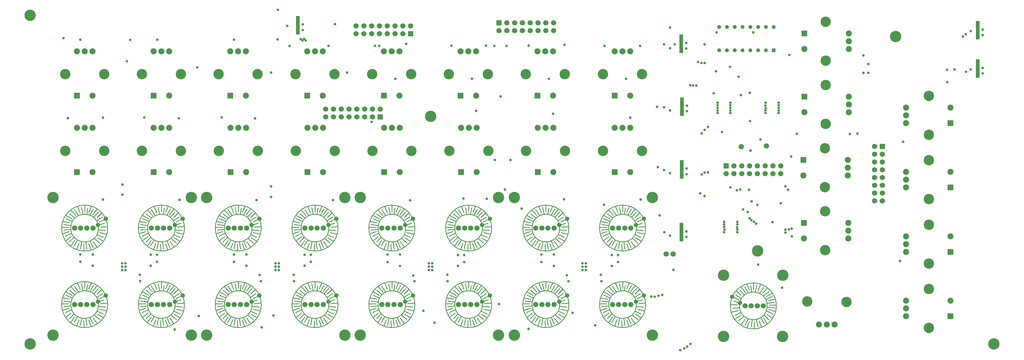
<source format=gts>
G04 Layer_Color=8388736*
%FSLAX24Y24*%
%MOIN*%
G70*
G01*
G75*
%ADD10C,0.0100*%
%ADD20R,0.0510X0.0510*%
%ADD21C,0.0510*%
%ADD41R,0.0510X0.0200*%
%ADD42C,0.1330*%
%ADD43C,0.0780*%
%ADD44C,0.1458*%
%ADD45C,0.0680*%
%ADD46R,0.0671X0.0671*%
%ADD47C,0.0671*%
%ADD48R,0.0671X0.0671*%
%ADD49C,0.0552*%
%ADD50C,0.0671*%
%ADD51R,0.0780X0.0780*%
%ADD52R,0.0780X0.0780*%
%ADD53C,0.0332*%
D10*
X96895Y-38562D02*
G03*
X96895Y-38562I-2953J0D01*
G01*
X95718Y-38558D02*
G03*
X95718Y-38558I-1776J0D01*
G01*
X60378Y-28555D02*
G03*
X60378Y-28555I-2953J0D01*
G01*
X59201Y-28551D02*
G03*
X59201Y-28551I-1776J0D01*
G01*
Y-38393D02*
G03*
X59201Y-38393I-1776J0D01*
G01*
X60378Y-38397D02*
G03*
X60378Y-38397I-2953J0D01*
G01*
X49359Y-28551D02*
G03*
X49359Y-28551I-1776J0D01*
G01*
X50536Y-28555D02*
G03*
X50536Y-28555I-2953J0D01*
G01*
X49359Y-38393D02*
G03*
X49359Y-38393I-1776J0D01*
G01*
X50536Y-38397D02*
G03*
X50536Y-38397I-2953J0D01*
G01*
X30836D02*
G03*
X30836Y-38397I-2953J0D01*
G01*
X29659Y-38393D02*
G03*
X29659Y-38393I-1776J0D01*
G01*
X30836Y-28555D02*
G03*
X30836Y-28555I-2953J0D01*
G01*
X29659Y-28551D02*
G03*
X29659Y-28551I-1776J0D01*
G01*
X40678Y-38397D02*
G03*
X40678Y-38397I-2953J0D01*
G01*
X39501Y-38393D02*
G03*
X39501Y-38393I-1776J0D01*
G01*
Y-28551D02*
G03*
X39501Y-28551I-1776J0D01*
G01*
X40678Y-28555D02*
G03*
X40678Y-28555I-2953J0D01*
G01*
X70285Y-38397D02*
G03*
X70285Y-38397I-2953J0D01*
G01*
X69108Y-38393D02*
G03*
X69108Y-38393I-1776J0D01*
G01*
X70285Y-28555D02*
G03*
X70285Y-28555I-2953J0D01*
G01*
X69108Y-28551D02*
G03*
X69108Y-28551I-1776J0D01*
G01*
X80127Y-38397D02*
G03*
X80127Y-38397I-2953J0D01*
G01*
X78951Y-38393D02*
G03*
X78951Y-38393I-1776J0D01*
G01*
Y-28551D02*
G03*
X78951Y-28551I-1776J0D01*
G01*
X80127Y-28555D02*
G03*
X80127Y-28555I-2953J0D01*
G01*
X20978D02*
G03*
X20978Y-28555I-2953J0D01*
G01*
X19801Y-28551D02*
G03*
X19801Y-28551I-1776J0D01*
G01*
Y-38393D02*
G03*
X19801Y-38393I-1776J0D01*
G01*
X20978Y-38397D02*
G03*
X20978Y-38397I-2953J0D01*
G01*
X9959Y-28551D02*
G03*
X9959Y-28551I-1776J0D01*
G01*
X11136Y-28555D02*
G03*
X11136Y-28555I-2953J0D01*
G01*
X9959Y-38393D02*
G03*
X9959Y-38393I-1776J0D01*
G01*
X11136Y-38397D02*
G03*
X11136Y-38397I-2953J0D01*
G01*
X92863Y-41046D02*
X93253Y-40235D01*
X92820Y-36090D02*
X93257Y-36869D01*
X95702Y-38224D02*
X96623Y-38098D01*
X95867Y-37846D02*
X96749Y-37680D01*
X95978Y-38456D02*
X96879Y-38468D01*
X95718Y-38731D02*
X96647Y-38794D01*
X95930Y-39003D02*
X96765Y-39271D01*
X95607Y-39180D02*
X96446Y-39594D01*
X91249Y-37369D02*
X92060Y-37775D01*
X92328Y-41011D02*
X92855Y-40283D01*
X95529Y-37704D02*
X96383Y-37322D01*
X93663Y-41255D02*
X93800Y-40338D01*
X94328Y-40298D02*
X94509Y-41224D01*
X92352Y-36105D02*
X92922Y-36846D01*
X91670Y-37121D02*
X92403Y-37605D01*
X91437Y-37931D02*
X92202Y-38176D01*
X91576Y-39751D02*
X92363Y-39381D01*
X92005Y-40499D02*
X92741Y-39877D01*
X95572Y-37361D02*
X96371Y-36932D01*
X95111D02*
X95726Y-36231D01*
X94730Y-36948D02*
X95257Y-36196D01*
X93576Y-35970D02*
X93714Y-36798D01*
X95269Y-40161D02*
X95741Y-40861D01*
X95690Y-39657D02*
X96379Y-40168D01*
X94879Y-40074D02*
X95339Y-40826D01*
X95304Y-39704D02*
X95915Y-40342D01*
X91769Y-36590D02*
X92367Y-37184D01*
X91001Y-38361D02*
X91903Y-38417D01*
X91281Y-38857D02*
X92186Y-38798D01*
X91119Y-39342D02*
X92017Y-39141D01*
X91533Y-40247D02*
X92300Y-39794D01*
X95198Y-37275D02*
X95915Y-36712D01*
X93135Y-41369D02*
X93434Y-40511D01*
X94029Y-41491D02*
X94056Y-40613D01*
X94670Y-40483D02*
X94978Y-41291D01*
X92194Y-36499D02*
X92808Y-37176D01*
X93084Y-35747D02*
X93422Y-36523D01*
X93942Y-36448D02*
Y-35613D01*
X94163Y-36787D02*
X94375Y-35889D01*
X94533Y-36586D02*
X94863Y-35791D01*
X58115Y-40071D02*
X58504Y-40882D01*
X58115Y-30228D02*
X58504Y-31039D01*
X45142Y-27315D02*
X45996Y-27697D01*
X58111Y-26862D02*
X58548Y-26082D01*
X58111Y-36704D02*
X58548Y-35925D01*
X45154Y-26925D02*
X45953Y-27354D01*
X44902Y-28090D02*
X45823Y-28216D01*
X45146Y-30161D02*
X45835Y-29649D01*
X54744Y-28090D02*
X55666Y-28216D01*
X45154Y-36767D02*
X45953Y-37197D01*
X45079Y-39429D02*
X45918Y-39015D01*
X44878Y-38630D02*
X45807Y-38567D01*
X44776Y-37515D02*
X45658Y-37681D01*
X54922Y-39429D02*
X55760Y-39015D01*
X54721Y-38630D02*
X55650Y-38567D01*
X54619Y-37515D02*
X55500Y-37681D01*
X44776Y-27673D02*
X45658Y-27838D01*
X54619Y-27673D02*
X55500Y-27838D01*
X44878Y-28787D02*
X45807Y-28724D01*
X44646Y-28460D02*
X45548Y-28448D01*
X54489Y-28460D02*
X55390Y-28448D01*
X54721Y-28787D02*
X55650Y-28724D01*
X45079Y-29586D02*
X45918Y-29173D01*
X44760Y-29263D02*
X45595Y-28996D01*
X54603Y-29263D02*
X55437Y-28996D01*
X54922Y-29586D02*
X55760Y-29173D01*
X45142Y-37157D02*
X45996Y-37539D01*
X44902Y-37933D02*
X45823Y-38059D01*
X44646Y-38303D02*
X45548Y-38291D01*
X54744Y-37933D02*
X55666Y-38059D01*
X54489Y-38303D02*
X55390Y-38291D01*
X44760Y-39106D02*
X45595Y-38838D01*
X54603Y-39106D02*
X55437Y-38838D01*
X45146Y-40004D02*
X45835Y-39492D01*
X59307Y-27767D02*
X60119Y-27362D01*
X58965Y-37441D02*
X59697Y-36956D01*
X58512Y-40118D02*
X59040Y-40846D01*
X58512Y-30275D02*
X59040Y-31004D01*
X54985Y-27315D02*
X55839Y-27697D01*
X57567Y-40173D02*
X57705Y-41090D01*
X56859Y-41059D02*
X57040Y-40134D01*
X56054Y-40654D02*
X56489Y-39909D01*
X55626Y-40697D02*
X56099Y-39996D01*
X57567Y-30330D02*
X57705Y-31248D01*
X56859Y-31216D02*
X57040Y-30291D01*
X49465Y-27767D02*
X50276Y-27362D01*
X49122Y-37441D02*
X49855Y-36956D01*
X48670Y-40118D02*
X49197Y-40846D01*
X48670Y-30275D02*
X49197Y-31004D01*
X46209Y-40657D02*
X46646Y-39909D01*
X48091Y-40346D02*
X48390Y-41204D01*
X46548Y-41126D02*
X46855Y-40319D01*
X48091Y-30504D02*
X48390Y-31362D01*
X46548Y-31283D02*
X46855Y-30476D01*
X58445Y-26838D02*
X59016Y-26098D01*
X58965Y-27598D02*
X59697Y-27114D01*
X59166Y-28169D02*
X59930Y-27924D01*
X59004Y-29374D02*
X59792Y-29744D01*
X58626Y-29870D02*
X59363Y-30492D01*
X58445Y-36681D02*
X59016Y-35941D01*
X59000Y-37019D02*
X59599Y-36425D01*
X59166Y-38011D02*
X59974Y-37752D01*
X59004Y-39216D02*
X59792Y-39586D01*
X58626Y-39712D02*
X59363Y-40334D01*
X59067Y-39630D02*
X59835Y-40082D01*
X54996Y-26925D02*
X55796Y-27354D01*
X55642Y-26224D02*
X56256Y-26925D01*
X56111Y-26189D02*
X56638Y-26941D01*
X57654Y-26791D02*
X57791Y-25962D01*
X55626Y-30854D02*
X56099Y-30153D01*
X54989Y-30161D02*
X55678Y-29649D01*
X56029Y-30819D02*
X56489Y-30067D01*
X55453Y-30334D02*
X56063Y-29697D01*
X55453Y-36547D02*
X56170Y-37110D01*
X56111Y-36031D02*
X56638Y-36783D01*
X57654Y-36634D02*
X57750Y-35964D01*
X54996Y-36767D02*
X55796Y-37197D01*
X55642Y-36067D02*
X56256Y-36767D01*
X55453Y-40177D02*
X56063Y-39539D01*
X48717Y-27169D02*
X49331Y-26492D01*
X49122Y-27598D02*
X49855Y-27114D01*
X48603Y-26838D02*
X49174Y-26098D01*
X49323Y-28169D02*
X50126Y-27911D01*
X49162Y-29374D02*
X49949Y-29744D01*
X48784Y-29870D02*
X49520Y-30492D01*
X48717Y-37011D02*
X49331Y-36334D01*
X48603Y-36681D02*
X49174Y-35941D01*
X49158Y-37019D02*
X49756Y-36425D01*
X49162Y-39216D02*
X49949Y-39586D01*
X48784Y-39712D02*
X49520Y-40334D01*
X49225Y-39630D02*
X49993Y-40082D01*
X46268Y-26189D02*
X46796Y-26941D01*
X47150Y-25882D02*
X47363Y-26779D01*
X48103Y-26515D02*
X48441Y-25740D01*
X46191Y-30846D02*
X46646Y-30067D01*
X45611Y-30334D02*
X46221Y-29697D01*
X45611Y-36547D02*
X46327Y-37110D01*
X46268Y-36031D02*
X46796Y-36783D01*
X47150Y-35724D02*
X47363Y-36622D01*
X48103Y-36358D02*
X48441Y-35582D01*
X45611Y-40177D02*
X46221Y-39539D01*
X59000Y-27177D02*
X59599Y-26582D01*
X59465Y-28409D02*
X60367Y-28354D01*
X59182Y-28791D02*
X60087Y-28850D01*
X59351Y-29134D02*
X60248Y-29334D01*
X59067Y-29787D02*
X59835Y-30240D01*
X59307Y-37610D02*
X60119Y-37204D01*
X59465Y-38252D02*
X60367Y-38197D01*
X59182Y-38634D02*
X60087Y-38693D01*
X59351Y-38976D02*
X60248Y-39177D01*
X55453Y-26704D02*
X56170Y-27267D01*
X54985Y-37157D02*
X55839Y-37539D01*
X54989Y-40004D02*
X55678Y-39492D01*
X49158Y-27177D02*
X49756Y-26582D01*
X49339Y-28791D02*
X50244Y-28850D01*
X49622Y-28409D02*
X50524Y-28354D01*
X49508Y-29134D02*
X50406Y-29334D01*
X49225Y-29787D02*
X49993Y-30240D01*
X49465Y-37610D02*
X50276Y-37204D01*
X49323Y-38011D02*
X50019Y-37788D01*
X49622Y-38252D02*
X50524Y-38197D01*
X49339Y-38634D02*
X50244Y-38693D01*
X49508Y-38976D02*
X50406Y-39177D01*
X45611Y-26704D02*
X46327Y-27267D01*
X57933Y-40346D02*
X58233Y-41204D01*
X57933Y-30504D02*
X58233Y-31362D01*
X57311Y-40448D02*
X57339Y-41326D01*
X57311Y-30606D02*
X57339Y-31484D01*
X56390Y-41126D02*
X56697Y-40319D01*
X56390Y-31283D02*
X56697Y-30476D01*
X48272Y-40071D02*
X48662Y-40882D01*
X48272Y-30228D02*
X48662Y-31039D01*
X47725Y-40173D02*
X47863Y-41090D01*
X47469Y-40448D02*
X47496Y-41326D01*
X47725Y-30330D02*
X47863Y-31248D01*
X47469Y-30606D02*
X47496Y-31484D01*
X47016Y-41059D02*
X47197Y-40134D01*
X47016Y-31216D02*
X47197Y-30291D01*
X45784Y-40697D02*
X46256Y-39996D01*
X58559Y-27169D02*
X59174Y-26492D01*
X58559Y-37011D02*
X59174Y-36334D01*
X57945Y-26515D02*
X58284Y-25740D01*
X57945Y-36358D02*
X58284Y-35582D01*
X57426Y-26441D02*
Y-25606D01*
X56993Y-25882D02*
X57205Y-26779D01*
X56993Y-35724D02*
X57205Y-36622D01*
X57426Y-36283D02*
Y-35448D01*
X56504Y-25783D02*
X56835Y-26578D01*
X56504Y-35626D02*
X56835Y-36421D01*
X48268Y-26862D02*
X48705Y-26082D01*
X48268Y-36704D02*
X48705Y-35925D01*
X47811Y-26791D02*
X47947Y-25972D01*
X47583Y-26441D02*
Y-25606D01*
X47811Y-36634D02*
X47929Y-35819D01*
X47583Y-36283D02*
Y-35448D01*
X46662Y-25783D02*
X46993Y-26578D01*
X46662Y-35626D02*
X46993Y-36421D01*
X45800Y-26224D02*
X46414Y-26925D01*
X45784Y-30854D02*
X46256Y-30153D01*
X45800Y-36067D02*
X46414Y-36767D01*
X26100Y-36067D02*
X26714Y-36767D01*
X26084Y-30854D02*
X26556Y-30153D01*
X26100Y-26224D02*
X26714Y-26925D01*
X26962Y-35626D02*
X27293Y-36421D01*
X26962Y-25783D02*
X27293Y-26578D01*
X27883Y-36283D02*
Y-35448D01*
X28111Y-36634D02*
X28229Y-35819D01*
X27883Y-26441D02*
Y-25606D01*
X28111Y-26791D02*
X28247Y-25972D01*
X28568Y-36704D02*
X29005Y-35925D01*
X28568Y-26862D02*
X29005Y-26082D01*
X36804Y-35626D02*
X37135Y-36421D01*
X36804Y-25783D02*
X37135Y-26578D01*
X37726Y-36283D02*
Y-35448D01*
X37293Y-35724D02*
X37505Y-36622D01*
X37293Y-25882D02*
X37505Y-26779D01*
X37726Y-26441D02*
Y-25606D01*
X38245Y-36358D02*
X38584Y-35582D01*
X38245Y-26515D02*
X38584Y-25740D01*
X38859Y-37011D02*
X39474Y-36334D01*
X38859Y-27169D02*
X39474Y-26492D01*
X26084Y-40697D02*
X26556Y-39996D01*
X27316Y-31216D02*
X27497Y-30291D01*
X27316Y-41059D02*
X27497Y-40134D01*
X27769Y-30606D02*
X27796Y-31484D01*
X28025Y-30330D02*
X28163Y-31248D01*
X27769Y-40448D02*
X27796Y-41326D01*
X28025Y-40173D02*
X28163Y-41090D01*
X28572Y-30228D02*
X28962Y-31039D01*
X28572Y-40071D02*
X28962Y-40882D01*
X36690Y-31283D02*
X36997Y-30476D01*
X36690Y-41126D02*
X36997Y-40319D01*
X37611Y-30606D02*
X37639Y-31484D01*
X37611Y-40448D02*
X37639Y-41326D01*
X38233Y-30504D02*
X38533Y-31362D01*
X38233Y-40346D02*
X38533Y-41204D01*
X25911Y-26704D02*
X26627Y-27267D01*
X29808Y-38976D02*
X30706Y-39177D01*
X29639Y-38634D02*
X30544Y-38693D01*
X29922Y-38252D02*
X30824Y-38197D01*
X29623Y-38011D02*
X30319Y-37788D01*
X29765Y-37610D02*
X30576Y-37204D01*
X29525Y-29787D02*
X30293Y-30240D01*
X29808Y-29134D02*
X30706Y-29334D01*
X29922Y-28409D02*
X30824Y-28354D01*
X29639Y-28791D02*
X30544Y-28850D01*
X29458Y-27177D02*
X30056Y-26582D01*
X35289Y-40004D02*
X35978Y-39492D01*
X35285Y-37157D02*
X36139Y-37539D01*
X35753Y-26704D02*
X36470Y-27267D01*
X39651Y-38976D02*
X40548Y-39177D01*
X39482Y-38634D02*
X40387Y-38693D01*
X39765Y-38252D02*
X40667Y-38197D01*
X39607Y-37610D02*
X40419Y-37204D01*
X39367Y-29787D02*
X40135Y-30240D01*
X39651Y-29134D02*
X40548Y-29334D01*
X39482Y-28791D02*
X40387Y-28850D01*
X39765Y-28409D02*
X40667Y-28354D01*
X39300Y-27177D02*
X39899Y-26582D01*
X25911Y-40177D02*
X26521Y-39539D01*
X28403Y-36358D02*
X28741Y-35582D01*
X27450Y-35724D02*
X27663Y-36622D01*
X26568Y-36031D02*
X27096Y-36783D01*
X25911Y-36547D02*
X26627Y-37110D01*
X25911Y-30334D02*
X26521Y-29697D01*
X26491Y-30846D02*
X26946Y-30067D01*
X28403Y-26515D02*
X28741Y-25740D01*
X27450Y-25882D02*
X27663Y-26779D01*
X26568Y-26189D02*
X27096Y-26941D01*
X29525Y-39630D02*
X30293Y-40082D01*
X29084Y-39712D02*
X29820Y-40334D01*
X29462Y-39216D02*
X30249Y-39586D01*
X29458Y-37019D02*
X30056Y-36425D01*
X28903Y-36681D02*
X29474Y-35941D01*
X29017Y-37011D02*
X29631Y-36334D01*
X29084Y-29870D02*
X29820Y-30492D01*
X29462Y-29374D02*
X30249Y-29744D01*
X29623Y-28169D02*
X30426Y-27911D01*
X28903Y-26838D02*
X29474Y-26098D01*
X29422Y-27598D02*
X30155Y-27114D01*
X29017Y-27169D02*
X29631Y-26492D01*
X35753Y-40177D02*
X36363Y-39539D01*
X35942Y-36067D02*
X36556Y-36767D01*
X35296D02*
X36096Y-37197D01*
X37954Y-36634D02*
X38050Y-35964D01*
X36411Y-36031D02*
X36938Y-36783D01*
X35753Y-36547D02*
X36470Y-37110D01*
X35753Y-30334D02*
X36363Y-29697D01*
X36329Y-30819D02*
X36789Y-30067D01*
X35289Y-30161D02*
X35978Y-29649D01*
X35926Y-30854D02*
X36399Y-30153D01*
X37954Y-26791D02*
X38091Y-25962D01*
X36411Y-26189D02*
X36938Y-26941D01*
X35942Y-26224D02*
X36556Y-26925D01*
X35296D02*
X36096Y-27354D01*
X39367Y-39630D02*
X40135Y-40082D01*
X38926Y-39712D02*
X39663Y-40334D01*
X39304Y-39216D02*
X40092Y-39586D01*
X39466Y-38011D02*
X40274Y-37752D01*
X39300Y-37019D02*
X39899Y-36425D01*
X38745Y-36681D02*
X39316Y-35941D01*
X38926Y-29870D02*
X39663Y-30492D01*
X39304Y-29374D02*
X40092Y-29744D01*
X39466Y-28169D02*
X40230Y-27924D01*
X39265Y-27598D02*
X39997Y-27114D01*
X38745Y-26838D02*
X39316Y-26098D01*
X26848Y-31283D02*
X27155Y-30476D01*
X28391Y-30504D02*
X28690Y-31362D01*
X26848Y-41126D02*
X27155Y-40319D01*
X28391Y-40346D02*
X28690Y-41204D01*
X26509Y-40657D02*
X26946Y-39909D01*
X28970Y-30275D02*
X29497Y-31004D01*
X28970Y-40118D02*
X29497Y-40846D01*
X29422Y-37441D02*
X30155Y-36956D01*
X29765Y-27767D02*
X30576Y-27362D01*
X37159Y-31216D02*
X37340Y-30291D01*
X37867Y-30330D02*
X38005Y-31248D01*
X35926Y-40697D02*
X36399Y-39996D01*
X36354Y-40654D02*
X36789Y-39909D01*
X37159Y-41059D02*
X37340Y-40134D01*
X37867Y-40173D02*
X38005Y-41090D01*
X35285Y-27315D02*
X36139Y-27697D01*
X38812Y-30275D02*
X39340Y-31004D01*
X38812Y-40118D02*
X39340Y-40846D01*
X39265Y-37441D02*
X39997Y-36956D01*
X39607Y-27767D02*
X40419Y-27362D01*
X25446Y-40004D02*
X26135Y-39492D01*
X34903Y-39106D02*
X35737Y-38838D01*
X25060Y-39106D02*
X25895Y-38838D01*
X34789Y-38303D02*
X35690Y-38291D01*
X35044Y-37933D02*
X35966Y-38059D01*
X24946Y-38303D02*
X25848Y-38291D01*
X25202Y-37933D02*
X26123Y-38059D01*
X25442Y-37157D02*
X26296Y-37539D01*
X35222Y-29586D02*
X36060Y-29173D01*
X34903Y-29263D02*
X35737Y-28996D01*
X25060Y-29263D02*
X25895Y-28996D01*
X25379Y-29586D02*
X26218Y-29173D01*
X35021Y-28787D02*
X35950Y-28724D01*
X34789Y-28460D02*
X35690Y-28448D01*
X24946Y-28460D02*
X25848Y-28448D01*
X25178Y-28787D02*
X26107Y-28724D01*
X34919Y-27673D02*
X35800Y-27838D01*
X25076Y-27673D02*
X25958Y-27838D01*
X34919Y-37515D02*
X35800Y-37681D01*
X35021Y-38630D02*
X35950Y-38567D01*
X35222Y-39429D02*
X36060Y-39015D01*
X25076Y-37515D02*
X25958Y-37681D01*
X25178Y-38630D02*
X26107Y-38567D01*
X25379Y-39429D02*
X26218Y-39015D01*
X25454Y-36767D02*
X26253Y-37197D01*
X35044Y-28090D02*
X35966Y-28216D01*
X25446Y-30161D02*
X26135Y-29649D01*
X25202Y-28090D02*
X26123Y-28216D01*
X25454Y-26925D02*
X26253Y-27354D01*
X38411Y-36704D02*
X38848Y-35925D01*
X38411Y-26862D02*
X38848Y-26082D01*
X25442Y-27315D02*
X26296Y-27697D01*
X38415Y-30228D02*
X38804Y-31039D01*
X38415Y-40071D02*
X38804Y-40882D01*
X65549Y-36067D02*
X66163Y-36767D01*
X65533Y-30854D02*
X66006Y-30153D01*
X65549Y-26224D02*
X66163Y-26925D01*
X66411Y-35626D02*
X66742Y-36421D01*
X66411Y-25783D02*
X66742Y-26578D01*
X67332Y-36283D02*
Y-35448D01*
X67561Y-36634D02*
X67678Y-35819D01*
X67332Y-26441D02*
Y-25606D01*
X67561Y-26791D02*
X67697Y-25972D01*
X68017Y-36704D02*
X68454Y-35925D01*
X68017Y-26862D02*
X68454Y-26082D01*
X76254Y-35626D02*
X76584Y-36421D01*
X76254Y-25783D02*
X76584Y-26578D01*
X77175Y-36283D02*
Y-35448D01*
X76742Y-35724D02*
X76954Y-36622D01*
X76742Y-25882D02*
X76954Y-26779D01*
X77175Y-26441D02*
Y-25606D01*
X77694Y-36358D02*
X78033Y-35582D01*
X77694Y-26515D02*
X78033Y-25740D01*
X78309Y-37011D02*
X78923Y-36334D01*
X78309Y-27169D02*
X78923Y-26492D01*
X65533Y-40697D02*
X66006Y-39996D01*
X66765Y-31216D02*
X66946Y-30291D01*
X66765Y-41059D02*
X66946Y-40134D01*
X67218Y-30606D02*
X67246Y-31484D01*
X67474Y-30330D02*
X67612Y-31248D01*
X67218Y-40448D02*
X67246Y-41326D01*
X67474Y-40173D02*
X67612Y-41090D01*
X68021Y-30228D02*
X68411Y-31039D01*
X68021Y-40071D02*
X68411Y-40882D01*
X76139Y-31283D02*
X76446Y-30476D01*
X76139Y-41126D02*
X76446Y-40319D01*
X77061Y-30606D02*
X77088Y-31484D01*
X77061Y-40448D02*
X77088Y-41326D01*
X77683Y-30504D02*
X77982Y-31362D01*
X77683Y-40346D02*
X77982Y-41204D01*
X65360Y-26704D02*
X66076Y-27267D01*
X69257Y-38976D02*
X70155Y-39177D01*
X69088Y-38634D02*
X69994Y-38693D01*
X69372Y-38252D02*
X70273Y-38197D01*
X69072Y-38011D02*
X69768Y-37788D01*
X69214Y-37610D02*
X70025Y-37204D01*
X68974Y-29787D02*
X69742Y-30240D01*
X69257Y-29134D02*
X70155Y-29334D01*
X69372Y-28409D02*
X70273Y-28354D01*
X69088Y-28791D02*
X69994Y-28850D01*
X68907Y-27177D02*
X69506Y-26582D01*
X74738Y-40004D02*
X75427Y-39492D01*
X74734Y-37157D02*
X75588Y-37539D01*
X75202Y-26704D02*
X75919Y-27267D01*
X79100Y-38976D02*
X79998Y-39177D01*
X78931Y-38634D02*
X79836Y-38693D01*
X79214Y-38252D02*
X80116Y-38197D01*
X79057Y-37610D02*
X79868Y-37204D01*
X78817Y-29787D02*
X79584Y-30240D01*
X79100Y-29134D02*
X79998Y-29334D01*
X78931Y-28791D02*
X79836Y-28850D01*
X79214Y-28409D02*
X80116Y-28354D01*
X78750Y-27177D02*
X79348Y-26582D01*
X65360Y-40177D02*
X65970Y-39539D01*
X67852Y-36358D02*
X68191Y-35582D01*
X66899Y-35724D02*
X67112Y-36622D01*
X66017Y-36031D02*
X66545Y-36783D01*
X65360Y-36547D02*
X66076Y-37110D01*
X65360Y-30334D02*
X65970Y-29697D01*
X65940Y-30846D02*
X66395Y-30067D01*
X67852Y-26515D02*
X68191Y-25740D01*
X66899Y-25882D02*
X67112Y-26779D01*
X66017Y-26189D02*
X66545Y-26941D01*
X68974Y-39630D02*
X69742Y-40082D01*
X68533Y-39712D02*
X69269Y-40334D01*
X68911Y-39216D02*
X69698Y-39586D01*
X68907Y-37019D02*
X69506Y-36425D01*
X68352Y-36681D02*
X68923Y-35941D01*
X68466Y-37011D02*
X69080Y-36334D01*
X68533Y-29870D02*
X69269Y-30492D01*
X68911Y-29374D02*
X69698Y-29744D01*
X69072Y-28169D02*
X69876Y-27911D01*
X68352Y-26838D02*
X68923Y-26098D01*
X68872Y-27598D02*
X69604Y-27114D01*
X68466Y-27169D02*
X69080Y-26492D01*
X75202Y-40177D02*
X75813Y-39539D01*
X75391Y-36067D02*
X76006Y-36767D01*
X74746D02*
X75545Y-37197D01*
X77403Y-36634D02*
X77500Y-35964D01*
X75860Y-36031D02*
X76387Y-36783D01*
X75202Y-36547D02*
X75919Y-37110D01*
X75202Y-30334D02*
X75813Y-29697D01*
X75778Y-30819D02*
X76238Y-30067D01*
X74738Y-30161D02*
X75427Y-29649D01*
X75376Y-30854D02*
X75848Y-30153D01*
X77403Y-26791D02*
X77541Y-25962D01*
X75860Y-26189D02*
X76387Y-26941D01*
X75391Y-26224D02*
X76006Y-26925D01*
X74746D02*
X75545Y-27354D01*
X78817Y-39630D02*
X79584Y-40082D01*
X78376Y-39712D02*
X79112Y-40334D01*
X78754Y-39216D02*
X79541Y-39586D01*
X78915Y-38011D02*
X79723Y-37752D01*
X78750Y-37019D02*
X79348Y-36425D01*
X78194Y-36681D02*
X78765Y-35941D01*
X78376Y-29870D02*
X79112Y-30492D01*
X78754Y-29374D02*
X79541Y-29744D01*
X78915Y-28169D02*
X79680Y-27924D01*
X78714Y-27598D02*
X79446Y-27114D01*
X78194Y-26838D02*
X78765Y-26098D01*
X66297Y-31283D02*
X66604Y-30476D01*
X67840Y-30504D02*
X68139Y-31362D01*
X66297Y-41126D02*
X66604Y-40319D01*
X67840Y-40346D02*
X68139Y-41204D01*
X65958Y-40657D02*
X66395Y-39909D01*
X68419Y-30275D02*
X68946Y-31004D01*
X68419Y-40118D02*
X68946Y-40846D01*
X68872Y-37441D02*
X69604Y-36956D01*
X69214Y-27767D02*
X70025Y-27362D01*
X76608Y-31216D02*
X76789Y-30291D01*
X77317Y-30330D02*
X77454Y-31248D01*
X75376Y-40697D02*
X75848Y-39996D01*
X75803Y-40654D02*
X76238Y-39909D01*
X76608Y-41059D02*
X76789Y-40134D01*
X77317Y-40173D02*
X77454Y-41090D01*
X74734Y-27315D02*
X75588Y-27697D01*
X78261Y-30275D02*
X78789Y-31004D01*
X78261Y-40118D02*
X78789Y-40846D01*
X78714Y-37441D02*
X79446Y-36956D01*
X79057Y-27767D02*
X79868Y-27362D01*
X64895Y-40004D02*
X65584Y-39492D01*
X74352Y-39106D02*
X75187Y-38838D01*
X64509Y-39106D02*
X65344Y-38838D01*
X74238Y-38303D02*
X75139Y-38291D01*
X74494Y-37933D02*
X75415Y-38059D01*
X64395Y-38303D02*
X65297Y-38291D01*
X64651Y-37933D02*
X65572Y-38059D01*
X64891Y-37157D02*
X65746Y-37539D01*
X74671Y-29586D02*
X75509Y-29173D01*
X74352Y-29263D02*
X75187Y-28996D01*
X64509Y-29263D02*
X65344Y-28996D01*
X64828Y-29586D02*
X65667Y-29173D01*
X74470Y-28787D02*
X75399Y-28724D01*
X74238Y-28460D02*
X75139Y-28448D01*
X64395Y-28460D02*
X65297Y-28448D01*
X64628Y-28787D02*
X65557Y-28724D01*
X74368Y-27673D02*
X75250Y-27838D01*
X64525Y-27673D02*
X65407Y-27838D01*
X74368Y-37515D02*
X75250Y-37681D01*
X74470Y-38630D02*
X75399Y-38567D01*
X74671Y-39429D02*
X75509Y-39015D01*
X64525Y-37515D02*
X65407Y-37681D01*
X64628Y-38630D02*
X65557Y-38567D01*
X64828Y-39429D02*
X65667Y-39015D01*
X64903Y-36767D02*
X65702Y-37197D01*
X74494Y-28090D02*
X75415Y-28216D01*
X64895Y-30161D02*
X65584Y-29649D01*
X64651Y-28090D02*
X65572Y-28216D01*
X64903Y-26925D02*
X65702Y-27354D01*
X77860Y-36704D02*
X78297Y-35925D01*
X77860Y-26862D02*
X78297Y-26082D01*
X64891Y-27315D02*
X65746Y-27697D01*
X77864Y-30228D02*
X78254Y-31039D01*
X77864Y-40071D02*
X78254Y-40882D01*
X18715Y-40071D02*
X19104Y-40882D01*
X18715Y-30228D02*
X19104Y-31039D01*
X5742Y-27315D02*
X6596Y-27697D01*
X18711Y-26862D02*
X19148Y-26082D01*
X18711Y-36704D02*
X19148Y-35925D01*
X5754Y-26925D02*
X6553Y-27354D01*
X5502Y-28090D02*
X6423Y-28216D01*
X5746Y-30161D02*
X6435Y-29649D01*
X15344Y-28090D02*
X16266Y-28216D01*
X5754Y-36767D02*
X6553Y-37197D01*
X5679Y-39429D02*
X6518Y-39015D01*
X5478Y-38630D02*
X6407Y-38567D01*
X5376Y-37515D02*
X6258Y-37681D01*
X15522Y-39429D02*
X16360Y-39015D01*
X15321Y-38630D02*
X16250Y-38567D01*
X15219Y-37515D02*
X16100Y-37681D01*
X5376Y-27673D02*
X6258Y-27838D01*
X15219Y-27673D02*
X16100Y-27838D01*
X5478Y-28787D02*
X6407Y-28724D01*
X5246Y-28460D02*
X6148Y-28448D01*
X15089Y-28460D02*
X15990Y-28448D01*
X15321Y-28787D02*
X16250Y-28724D01*
X5679Y-29586D02*
X6518Y-29173D01*
X5360Y-29263D02*
X6195Y-28996D01*
X15203Y-29263D02*
X16037Y-28996D01*
X15522Y-29586D02*
X16360Y-29173D01*
X5742Y-37157D02*
X6596Y-37539D01*
X5502Y-37933D02*
X6423Y-38059D01*
X5246Y-38303D02*
X6148Y-38291D01*
X15344Y-37933D02*
X16266Y-38059D01*
X15089Y-38303D02*
X15990Y-38291D01*
X5360Y-39106D02*
X6195Y-38838D01*
X15203Y-39106D02*
X16037Y-38838D01*
X5746Y-40004D02*
X6435Y-39492D01*
X19907Y-27767D02*
X20719Y-27362D01*
X19565Y-37441D02*
X20297Y-36956D01*
X19112Y-40118D02*
X19640Y-40846D01*
X19112Y-30275D02*
X19640Y-31004D01*
X15585Y-27315D02*
X16439Y-27697D01*
X18167Y-40173D02*
X18305Y-41090D01*
X17459Y-41059D02*
X17640Y-40134D01*
X16654Y-40654D02*
X17089Y-39909D01*
X16226Y-40697D02*
X16699Y-39996D01*
X18167Y-30330D02*
X18305Y-31248D01*
X17459Y-31216D02*
X17640Y-30291D01*
X10065Y-27767D02*
X10876Y-27362D01*
X9722Y-37441D02*
X10455Y-36956D01*
X9270Y-40118D02*
X9797Y-40846D01*
X9270Y-30275D02*
X9797Y-31004D01*
X6809Y-40657D02*
X7246Y-39909D01*
X8691Y-40346D02*
X8990Y-41204D01*
X7148Y-41126D02*
X7455Y-40319D01*
X8691Y-30504D02*
X8990Y-31362D01*
X7148Y-31283D02*
X7455Y-30476D01*
X19045Y-26838D02*
X19616Y-26098D01*
X19565Y-27598D02*
X20297Y-27114D01*
X19766Y-28169D02*
X20530Y-27924D01*
X19604Y-29374D02*
X20392Y-29744D01*
X19226Y-29870D02*
X19963Y-30492D01*
X19045Y-36681D02*
X19616Y-35941D01*
X19600Y-37019D02*
X20199Y-36425D01*
X19766Y-38011D02*
X20574Y-37752D01*
X19604Y-39216D02*
X20392Y-39586D01*
X19226Y-39712D02*
X19963Y-40334D01*
X19667Y-39630D02*
X20435Y-40082D01*
X15596Y-26925D02*
X16396Y-27354D01*
X16242Y-26224D02*
X16856Y-26925D01*
X16711Y-26189D02*
X17238Y-26941D01*
X18254Y-26791D02*
X18391Y-25962D01*
X16226Y-30854D02*
X16699Y-30153D01*
X15589Y-30161D02*
X16278Y-29649D01*
X16629Y-30819D02*
X17089Y-30067D01*
X16053Y-30334D02*
X16663Y-29697D01*
X16053Y-36547D02*
X16770Y-37110D01*
X16711Y-36031D02*
X17238Y-36783D01*
X18254Y-36634D02*
X18350Y-35964D01*
X15596Y-36767D02*
X16396Y-37197D01*
X16242Y-36067D02*
X16856Y-36767D01*
X16053Y-40177D02*
X16663Y-39539D01*
X9317Y-27169D02*
X9931Y-26492D01*
X9722Y-27598D02*
X10455Y-27114D01*
X9203Y-26838D02*
X9774Y-26098D01*
X9923Y-28169D02*
X10726Y-27911D01*
X9762Y-29374D02*
X10549Y-29744D01*
X9384Y-29870D02*
X10120Y-30492D01*
X9317Y-37011D02*
X9931Y-36334D01*
X9203Y-36681D02*
X9774Y-35941D01*
X9758Y-37019D02*
X10356Y-36425D01*
X9762Y-39216D02*
X10549Y-39586D01*
X9384Y-39712D02*
X10120Y-40334D01*
X9825Y-39630D02*
X10593Y-40082D01*
X6868Y-26189D02*
X7396Y-26941D01*
X7750Y-25882D02*
X7963Y-26779D01*
X8703Y-26515D02*
X9041Y-25740D01*
X6791Y-30846D02*
X7246Y-30067D01*
X6211Y-30334D02*
X6821Y-29697D01*
X6211Y-36547D02*
X6927Y-37110D01*
X6868Y-36031D02*
X7396Y-36783D01*
X7750Y-35724D02*
X7963Y-36622D01*
X8703Y-36358D02*
X9041Y-35582D01*
X6211Y-40177D02*
X6821Y-39539D01*
X19600Y-27177D02*
X20199Y-26582D01*
X20065Y-28409D02*
X20967Y-28354D01*
X19782Y-28791D02*
X20687Y-28850D01*
X19951Y-29134D02*
X20848Y-29334D01*
X19667Y-29787D02*
X20435Y-30240D01*
X19907Y-37610D02*
X20719Y-37204D01*
X20065Y-38252D02*
X20967Y-38197D01*
X19782Y-38634D02*
X20687Y-38693D01*
X19951Y-38976D02*
X20848Y-39177D01*
X16053Y-26704D02*
X16770Y-27267D01*
X15585Y-37157D02*
X16439Y-37539D01*
X15589Y-40004D02*
X16278Y-39492D01*
X9758Y-27177D02*
X10356Y-26582D01*
X9939Y-28791D02*
X10844Y-28850D01*
X10222Y-28409D02*
X11124Y-28354D01*
X10108Y-29134D02*
X11006Y-29334D01*
X9825Y-29787D02*
X10593Y-30240D01*
X10065Y-37610D02*
X10876Y-37204D01*
X9923Y-38011D02*
X10619Y-37788D01*
X10222Y-38252D02*
X11124Y-38197D01*
X9939Y-38634D02*
X10844Y-38693D01*
X10108Y-38976D02*
X11006Y-39177D01*
X6211Y-26704D02*
X6927Y-27267D01*
X18533Y-40346D02*
X18833Y-41204D01*
X18533Y-30504D02*
X18833Y-31362D01*
X17911Y-40448D02*
X17939Y-41326D01*
X17911Y-30606D02*
X17939Y-31484D01*
X16990Y-41126D02*
X17297Y-40319D01*
X16990Y-31283D02*
X17297Y-30476D01*
X8872Y-40071D02*
X9262Y-40882D01*
X8872Y-30228D02*
X9262Y-31039D01*
X8325Y-40173D02*
X8463Y-41090D01*
X8069Y-40448D02*
X8096Y-41326D01*
X8325Y-30330D02*
X8463Y-31248D01*
X8069Y-30606D02*
X8096Y-31484D01*
X7616Y-41059D02*
X7797Y-40134D01*
X7616Y-31216D02*
X7797Y-30291D01*
X6384Y-40697D02*
X6856Y-39996D01*
X19159Y-27169D02*
X19774Y-26492D01*
X19159Y-37011D02*
X19774Y-36334D01*
X18545Y-26515D02*
X18884Y-25740D01*
X18545Y-36358D02*
X18884Y-35582D01*
X18026Y-26441D02*
Y-25606D01*
X17593Y-25882D02*
X17805Y-26779D01*
X17593Y-35724D02*
X17805Y-36622D01*
X18026Y-36283D02*
Y-35448D01*
X17104Y-25783D02*
X17435Y-26578D01*
X17104Y-35626D02*
X17435Y-36421D01*
X8868Y-26862D02*
X9305Y-26082D01*
X8868Y-36704D02*
X9305Y-35925D01*
X8411Y-26791D02*
X8547Y-25972D01*
X8183Y-26441D02*
Y-25606D01*
X8411Y-36634D02*
X8529Y-35819D01*
X8183Y-36283D02*
Y-35448D01*
X7262Y-25783D02*
X7593Y-26578D01*
X7262Y-35626D02*
X7593Y-36421D01*
X6400Y-26224D02*
X7014Y-26925D01*
X6384Y-30854D02*
X6856Y-30153D01*
X6400Y-36067D02*
X7014Y-36767D01*
D20*
X96567Y-5677D02*
D03*
D21*
X95567D02*
D03*
X94567D02*
D03*
X93567D02*
D03*
X92567D02*
D03*
X91567D02*
D03*
X90567D02*
D03*
X89567D02*
D03*
Y-2677D02*
D03*
X90567D02*
D03*
X91567D02*
D03*
X92567D02*
D03*
X93567D02*
D03*
X94567D02*
D03*
X95567D02*
D03*
X96567D02*
D03*
D41*
X35512Y-3543D02*
D03*
Y-3346D02*
D03*
Y-3150D02*
D03*
Y-2953D02*
D03*
Y-2756D02*
D03*
Y-2559D02*
D03*
Y-2362D02*
D03*
Y-2165D02*
D03*
Y-1969D02*
D03*
Y-1772D02*
D03*
Y-1575D02*
D03*
Y-1378D02*
D03*
X84685Y-5935D02*
D03*
Y-5738D02*
D03*
Y-5541D02*
D03*
Y-5344D02*
D03*
Y-5148D02*
D03*
Y-4951D02*
D03*
Y-4754D02*
D03*
Y-4557D02*
D03*
Y-4360D02*
D03*
Y-4163D02*
D03*
Y-3967D02*
D03*
Y-3770D02*
D03*
X84794Y-14009D02*
D03*
Y-13812D02*
D03*
Y-13615D02*
D03*
Y-13419D02*
D03*
Y-13222D02*
D03*
Y-13025D02*
D03*
Y-12828D02*
D03*
Y-12631D02*
D03*
Y-12434D02*
D03*
Y-12237D02*
D03*
Y-12041D02*
D03*
Y-11844D02*
D03*
X84764Y-22083D02*
D03*
Y-21886D02*
D03*
Y-21689D02*
D03*
Y-21493D02*
D03*
Y-21296D02*
D03*
Y-21099D02*
D03*
Y-20902D02*
D03*
Y-20705D02*
D03*
Y-20508D02*
D03*
Y-20311D02*
D03*
Y-20115D02*
D03*
Y-19918D02*
D03*
X84725Y-30157D02*
D03*
Y-29960D02*
D03*
Y-29763D02*
D03*
Y-29567D02*
D03*
Y-29370D02*
D03*
Y-29173D02*
D03*
Y-28976D02*
D03*
Y-28779D02*
D03*
Y-28582D02*
D03*
Y-28385D02*
D03*
Y-28189D02*
D03*
Y-27992D02*
D03*
X122717Y-4203D02*
D03*
Y-4006D02*
D03*
Y-3809D02*
D03*
Y-3612D02*
D03*
Y-3415D02*
D03*
Y-3218D02*
D03*
Y-3022D02*
D03*
Y-2825D02*
D03*
Y-2628D02*
D03*
Y-2431D02*
D03*
Y-2234D02*
D03*
Y-2037D02*
D03*
X122717Y-9124D02*
D03*
Y-8928D02*
D03*
Y-8731D02*
D03*
Y-8534D02*
D03*
Y-8337D02*
D03*
Y-8140D02*
D03*
Y-7943D02*
D03*
Y-7746D02*
D03*
Y-7550D02*
D03*
Y-7353D02*
D03*
Y-7156D02*
D03*
Y-6959D02*
D03*
D42*
X105877Y-38045D02*
D03*
X100866Y-37992D02*
D03*
X10689Y-8767D02*
D03*
X5689D02*
D03*
X20531D02*
D03*
X15532D02*
D03*
X30374D02*
D03*
X25374D02*
D03*
X40217Y-8767D02*
D03*
X35217D02*
D03*
X50059Y-8767D02*
D03*
X45059D02*
D03*
X59902D02*
D03*
X54902D02*
D03*
X69744D02*
D03*
X64744D02*
D03*
X79656Y-8767D02*
D03*
X74656D02*
D03*
X10689Y-18609D02*
D03*
X5689D02*
D03*
X20541D02*
D03*
X15541D02*
D03*
X30394D02*
D03*
X25394D02*
D03*
X40246D02*
D03*
X35246D02*
D03*
X79656Y-18609D02*
D03*
X74656D02*
D03*
X69803Y-18609D02*
D03*
X64803D02*
D03*
X59951D02*
D03*
X54951D02*
D03*
X50098D02*
D03*
X45098D02*
D03*
X116463Y-36398D02*
D03*
Y-41398D02*
D03*
Y-28112D02*
D03*
Y-33112D02*
D03*
X116463Y-19825D02*
D03*
Y-24825D02*
D03*
Y-11539D02*
D03*
Y-16539D02*
D03*
X103162Y-31398D02*
D03*
Y-26398D02*
D03*
X103123Y-23274D02*
D03*
Y-18274D02*
D03*
X103241Y-15151D02*
D03*
Y-10151D02*
D03*
X103231Y-7028D02*
D03*
Y-2028D02*
D03*
D43*
X104366Y-40942D02*
D03*
X103366D02*
D03*
X102366D02*
D03*
X9189Y-5817D02*
D03*
X8189D02*
D03*
X7189D02*
D03*
X9189Y-11517D02*
D03*
X19031Y-5817D02*
D03*
X18032D02*
D03*
X17032D02*
D03*
X19031Y-11517D02*
D03*
X28874Y-5817D02*
D03*
X27874D02*
D03*
X26874D02*
D03*
X28874Y-11517D02*
D03*
X38717Y-5817D02*
D03*
X37717D02*
D03*
X36717D02*
D03*
X38717Y-11517D02*
D03*
X48559Y-5817D02*
D03*
X47559D02*
D03*
X46559D02*
D03*
X48559Y-11517D02*
D03*
X58402Y-5817D02*
D03*
X57402D02*
D03*
X56402D02*
D03*
X58402Y-11517D02*
D03*
X68244Y-5817D02*
D03*
X67244D02*
D03*
X66244D02*
D03*
X68244Y-11517D02*
D03*
X78156Y-5817D02*
D03*
X77156D02*
D03*
X76156D02*
D03*
X78156Y-11517D02*
D03*
X9189Y-15659D02*
D03*
X8189D02*
D03*
X7189D02*
D03*
X9189Y-21359D02*
D03*
X19041Y-15659D02*
D03*
X18041D02*
D03*
X17041D02*
D03*
X19041Y-21359D02*
D03*
X28894Y-15659D02*
D03*
X27894D02*
D03*
X26894D02*
D03*
X28894Y-21359D02*
D03*
X38746Y-15659D02*
D03*
X37746D02*
D03*
X36746D02*
D03*
X38746Y-21359D02*
D03*
X78156Y-15659D02*
D03*
X77156D02*
D03*
X76156D02*
D03*
X78156Y-21359D02*
D03*
X68303Y-15659D02*
D03*
X67303D02*
D03*
X66303D02*
D03*
X68303Y-21359D02*
D03*
X58451Y-15659D02*
D03*
X57451D02*
D03*
X56451D02*
D03*
X58451Y-21359D02*
D03*
X48598Y-15659D02*
D03*
X47598D02*
D03*
X46598D02*
D03*
X48598Y-21359D02*
D03*
X113513Y-37898D02*
D03*
Y-38898D02*
D03*
Y-39898D02*
D03*
X119213Y-37898D02*
D03*
X113513Y-29612D02*
D03*
Y-30612D02*
D03*
Y-31612D02*
D03*
X119213Y-29612D02*
D03*
X113513Y-21325D02*
D03*
Y-22325D02*
D03*
Y-23325D02*
D03*
X119213Y-21325D02*
D03*
X113513Y-13039D02*
D03*
Y-14039D02*
D03*
Y-15039D02*
D03*
X119213Y-13039D02*
D03*
X106112Y-29898D02*
D03*
Y-28898D02*
D03*
Y-27898D02*
D03*
X100412Y-29898D02*
D03*
X106073Y-21774D02*
D03*
Y-20774D02*
D03*
Y-19774D02*
D03*
X100373Y-21774D02*
D03*
X106191Y-13651D02*
D03*
Y-12651D02*
D03*
Y-11651D02*
D03*
X100491Y-13651D02*
D03*
X106181Y-5528D02*
D03*
Y-4528D02*
D03*
Y-3528D02*
D03*
X100481Y-5528D02*
D03*
D44*
X94488Y-31496D02*
D03*
X52559Y-14173D02*
D03*
X90123Y-34625D02*
D03*
X97686Y-42475D02*
D03*
X97736Y-34625D02*
D03*
X90123Y-42475D02*
D03*
X43528Y-42334D02*
D03*
Y-24618D02*
D03*
X61244D02*
D03*
Y-42334D02*
D03*
X41544D02*
D03*
Y-24618D02*
D03*
X23828D02*
D03*
Y-42334D02*
D03*
X80994D02*
D03*
Y-24618D02*
D03*
X63277D02*
D03*
Y-42334D02*
D03*
X1181Y-43465D02*
D03*
X4128Y-42334D02*
D03*
Y-24618D02*
D03*
X21844D02*
D03*
Y-42334D02*
D03*
X1181Y-1181D02*
D03*
X112205Y-3937D02*
D03*
X124803Y-43465D02*
D03*
D45*
X83662Y-31890D02*
D03*
X82756D02*
D03*
X95630Y-17992D02*
D03*
X92402Y-18071D02*
D03*
D46*
X61339Y-2165D02*
D03*
X90453Y-20541D02*
D03*
X46102Y-14252D02*
D03*
X50000Y-3543D02*
D03*
D47*
X61339Y-3165D02*
D03*
X62339Y-2165D02*
D03*
Y-3165D02*
D03*
X63339Y-2165D02*
D03*
Y-3165D02*
D03*
X64339Y-2165D02*
D03*
Y-3165D02*
D03*
X65339Y-2165D02*
D03*
Y-3165D02*
D03*
X66339Y-2165D02*
D03*
Y-3165D02*
D03*
X67339Y-2165D02*
D03*
Y-3165D02*
D03*
X68339Y-2165D02*
D03*
Y-3165D02*
D03*
X90453Y-21541D02*
D03*
X91453Y-20541D02*
D03*
Y-21541D02*
D03*
X92453Y-20541D02*
D03*
Y-21541D02*
D03*
X93453Y-20541D02*
D03*
Y-21541D02*
D03*
X94453Y-20541D02*
D03*
Y-21541D02*
D03*
X95453Y-20541D02*
D03*
Y-21541D02*
D03*
X96453Y-20541D02*
D03*
Y-21541D02*
D03*
X97453Y-20541D02*
D03*
Y-21541D02*
D03*
X46102Y-13252D02*
D03*
X45102Y-14252D02*
D03*
Y-13252D02*
D03*
X44102Y-14252D02*
D03*
Y-13252D02*
D03*
X43102Y-14252D02*
D03*
Y-13252D02*
D03*
X42102Y-14252D02*
D03*
Y-13252D02*
D03*
X41102Y-14252D02*
D03*
Y-13252D02*
D03*
X40102Y-14252D02*
D03*
Y-13252D02*
D03*
X39102Y-14252D02*
D03*
Y-13252D02*
D03*
X109502Y-18051D02*
D03*
X110502Y-19051D02*
D03*
X109502D02*
D03*
X110502Y-20051D02*
D03*
X109502D02*
D03*
X110502Y-21051D02*
D03*
X109502D02*
D03*
X110502Y-22051D02*
D03*
X109502D02*
D03*
X110502Y-23051D02*
D03*
X109502D02*
D03*
X110502Y-24051D02*
D03*
X109502D02*
D03*
X110502Y-25051D02*
D03*
X109502D02*
D03*
X50000Y-2543D02*
D03*
X49000Y-3543D02*
D03*
Y-2543D02*
D03*
X48000Y-3543D02*
D03*
Y-2543D02*
D03*
X47000Y-3543D02*
D03*
Y-2543D02*
D03*
X46000Y-3543D02*
D03*
Y-2543D02*
D03*
X45000Y-3543D02*
D03*
Y-2543D02*
D03*
X44000Y-3543D02*
D03*
Y-2543D02*
D03*
X43000Y-3543D02*
D03*
Y-2543D02*
D03*
D48*
X110502Y-18051D02*
D03*
D49*
X91221Y-37376D02*
D03*
X92221Y-38176D02*
D03*
X50304Y-37211D02*
D03*
X49304Y-38011D02*
D03*
X60147Y-37211D02*
D03*
X59147Y-38011D02*
D03*
X50304Y-27369D02*
D03*
X49304Y-28169D02*
D03*
X60147Y-27369D02*
D03*
X59147Y-28169D02*
D03*
X39447D02*
D03*
X40447Y-27369D02*
D03*
X29604Y-28169D02*
D03*
X30604Y-27369D02*
D03*
X39447Y-38011D02*
D03*
X40447Y-37211D02*
D03*
X29604Y-38011D02*
D03*
X30604Y-37211D02*
D03*
X78896Y-28169D02*
D03*
X79896Y-27369D02*
D03*
X69054Y-28169D02*
D03*
X70054Y-27369D02*
D03*
X78896Y-38011D02*
D03*
X79896Y-37211D02*
D03*
X69054Y-38011D02*
D03*
X70054Y-37211D02*
D03*
X10904D02*
D03*
X9904Y-38011D02*
D03*
X20747Y-37211D02*
D03*
X19747Y-38011D02*
D03*
X10904Y-27369D02*
D03*
X9904Y-28169D02*
D03*
X20747Y-27369D02*
D03*
X19747Y-28169D02*
D03*
D50*
X92879Y-38562D02*
D03*
X95241D02*
D03*
X94454D02*
D03*
X93667D02*
D03*
X48646Y-38397D02*
D03*
X46284D02*
D03*
X47071D02*
D03*
X47859D02*
D03*
X58489D02*
D03*
X56126D02*
D03*
X56914D02*
D03*
X57701D02*
D03*
X48646Y-28555D02*
D03*
X46284D02*
D03*
X47071D02*
D03*
X47859D02*
D03*
X58489D02*
D03*
X56126D02*
D03*
X56914D02*
D03*
X57701D02*
D03*
X38001D02*
D03*
X37214D02*
D03*
X36426D02*
D03*
X38789D02*
D03*
X28159D02*
D03*
X27371D02*
D03*
X26584D02*
D03*
X28946D02*
D03*
X38001Y-38397D02*
D03*
X37214D02*
D03*
X36426D02*
D03*
X38789D02*
D03*
X28159D02*
D03*
X27371D02*
D03*
X26584D02*
D03*
X28946D02*
D03*
X77450Y-28555D02*
D03*
X76663D02*
D03*
X75876D02*
D03*
X78238D02*
D03*
X67608D02*
D03*
X66820D02*
D03*
X66033D02*
D03*
X68395D02*
D03*
X77450Y-38397D02*
D03*
X76663D02*
D03*
X75876D02*
D03*
X78238D02*
D03*
X67608D02*
D03*
X66820D02*
D03*
X66033D02*
D03*
X68395D02*
D03*
X9246D02*
D03*
X6884D02*
D03*
X7671D02*
D03*
X8459D02*
D03*
X19089D02*
D03*
X16726D02*
D03*
X17514D02*
D03*
X18301D02*
D03*
X9246Y-28555D02*
D03*
X6884D02*
D03*
X7671D02*
D03*
X8459D02*
D03*
X19089D02*
D03*
X16726D02*
D03*
X17514D02*
D03*
X18301D02*
D03*
D51*
X7189Y-11517D02*
D03*
X17032D02*
D03*
X26874D02*
D03*
X36717Y-11517D02*
D03*
X46559Y-11517D02*
D03*
X56402D02*
D03*
X66244D02*
D03*
X76156Y-11517D02*
D03*
X7189Y-21359D02*
D03*
X17041D02*
D03*
X26894D02*
D03*
X36746D02*
D03*
X76156Y-21359D02*
D03*
X66303Y-21359D02*
D03*
X56451D02*
D03*
X46598D02*
D03*
D52*
X119213Y-39898D02*
D03*
Y-31612D02*
D03*
X119213Y-23325D02*
D03*
Y-15039D02*
D03*
X100412Y-27898D02*
D03*
X100373Y-19774D02*
D03*
X100491Y-11651D02*
D03*
X100481Y-3528D02*
D03*
D53*
X95497Y-12776D02*
D03*
X95516Y-12432D02*
D03*
X95535Y-13111D02*
D03*
X95502Y-13435D02*
D03*
Y-13770D02*
D03*
X97200Y-12422D02*
D03*
X90978Y-12426D02*
D03*
X88865Y-11214D02*
D03*
X90945Y-7835D02*
D03*
X86850Y-7185D02*
D03*
X90256Y-28739D02*
D03*
X90197Y-29094D02*
D03*
X91875Y-29075D02*
D03*
X91858Y-28446D02*
D03*
X91890Y-28760D02*
D03*
X85394Y-20902D02*
D03*
X92638Y-26142D02*
D03*
X94449Y-25591D02*
D03*
X93740Y-25118D02*
D03*
X93386Y-23622D02*
D03*
X94843Y-17165D02*
D03*
X93583Y-18583D02*
D03*
X5472Y-4134D02*
D03*
X83678Y-33937D02*
D03*
X118819Y-9803D02*
D03*
X62087Y-23583D02*
D03*
X74803Y-25551D02*
D03*
X30886Y-41319D02*
D03*
X32402Y-39803D02*
D03*
X22835Y-39843D02*
D03*
X19724Y-41575D02*
D03*
X112759Y-32793D02*
D03*
X113150Y-17441D02*
D03*
X107283Y-16378D02*
D03*
X106339Y-16457D02*
D03*
X108701Y-8583D02*
D03*
Y-7441D02*
D03*
X108071Y-8583D02*
D03*
Y-6339D02*
D03*
X97195Y-13435D02*
D03*
Y-13100D02*
D03*
X121220Y-8465D02*
D03*
X87283Y-7323D02*
D03*
X87677D02*
D03*
X86614Y-10236D02*
D03*
X86220D02*
D03*
X85866Y-10197D02*
D03*
X87323Y-16378D02*
D03*
X87677Y-15906D02*
D03*
X88110Y-15551D02*
D03*
X87677Y-21417D02*
D03*
X88110Y-21378D02*
D03*
X87323Y-21654D02*
D03*
X64213Y-26063D02*
D03*
X56772Y-24764D02*
D03*
X14016Y-4370D02*
D03*
X13032Y-22953D02*
D03*
Y-24252D02*
D03*
X32913Y-4291D02*
D03*
X32096Y-23179D02*
D03*
Y-24557D02*
D03*
X99528Y-16417D02*
D03*
X97195Y-12766D02*
D03*
X98543Y-6299D02*
D03*
X97638Y-36220D02*
D03*
X94567Y-33268D02*
D03*
X98071Y-23189D02*
D03*
X98386Y-23622D02*
D03*
X98780Y-19370D02*
D03*
X81929Y-26929D02*
D03*
X90984Y-23307D02*
D03*
X119764Y-8150D02*
D03*
X121811Y-8150D02*
D03*
Y-3219D02*
D03*
X120827Y-3937D02*
D03*
X118780Y-8189D02*
D03*
X121191Y-3613D02*
D03*
X62795Y-19803D02*
D03*
X60787D02*
D03*
X81575Y-12953D02*
D03*
X81693Y-20709D02*
D03*
X83268Y-13425D02*
D03*
Y-21496D02*
D03*
X83268Y-29528D02*
D03*
X82520Y-29094D02*
D03*
X92362Y-11457D02*
D03*
X89173Y-8386D02*
D03*
X93937Y-3386D02*
D03*
X89213D02*
D03*
X89342Y-12428D02*
D03*
Y-12763D02*
D03*
Y-13767D02*
D03*
Y-13432D02*
D03*
X92047Y-9094D02*
D03*
X93504Y-11142D02*
D03*
X82483Y-21099D02*
D03*
X82487Y-13025D02*
D03*
X87677Y-4921D02*
D03*
X85354Y-29685D02*
D03*
Y-28976D02*
D03*
X85394Y-21611D02*
D03*
X85423Y-13537D02*
D03*
Y-12828D02*
D03*
X93465Y-27283D02*
D03*
X82244Y-37165D02*
D03*
X90197Y-28425D02*
D03*
Y-28091D02*
D03*
Y-27756D02*
D03*
X81801Y-37244D02*
D03*
X80866Y-37362D02*
D03*
X87677Y-24409D02*
D03*
X87126Y-24094D02*
D03*
X91890Y-28091D02*
D03*
Y-27756D02*
D03*
X85906Y-43465D02*
D03*
X85472Y-43780D02*
D03*
X85079Y-44016D02*
D03*
X84567Y-44252D02*
D03*
X53071Y-40709D02*
D03*
X65118Y-41535D02*
D03*
X51614Y-39173D02*
D03*
X81299Y-37402D02*
D03*
X73661Y-41063D02*
D03*
X70748Y-39449D02*
D03*
X96396Y-27779D02*
D03*
X94291Y-27992D02*
D03*
X94016Y-27756D02*
D03*
X93701Y-27520D02*
D03*
X93239Y-26499D02*
D03*
X79488Y-24882D02*
D03*
X69646Y-24843D02*
D03*
X59764Y-24803D02*
D03*
X49921Y-25000D02*
D03*
X40039Y-24961D02*
D03*
X30236D02*
D03*
X20354Y-24921D02*
D03*
X10512Y-24882D02*
D03*
X72010Y-33074D02*
D03*
X72443Y-33507D02*
D03*
X72010Y-33940D02*
D03*
Y-33507D02*
D03*
X72443Y-33074D02*
D03*
Y-33940D02*
D03*
X33087Y-33074D02*
D03*
X32654D02*
D03*
X33087Y-33940D02*
D03*
X32654D02*
D03*
Y-33507D02*
D03*
X33087D02*
D03*
X13409Y-33074D02*
D03*
Y-33507D02*
D03*
Y-33940D02*
D03*
X12976D02*
D03*
Y-33507D02*
D03*
Y-33074D02*
D03*
X52765Y-33940D02*
D03*
X52332D02*
D03*
X52765Y-33074D02*
D03*
X52332Y-33507D02*
D03*
Y-33074D02*
D03*
X52765Y-33507D02*
D03*
X123346Y-3022D02*
D03*
X123346Y-7944D02*
D03*
X85315Y-4754D02*
D03*
X75804Y-33411D02*
D03*
Y-32011D02*
D03*
X56074D02*
D03*
Y-33411D02*
D03*
X36384Y-33401D02*
D03*
Y-32001D02*
D03*
X16674D02*
D03*
Y-33401D02*
D03*
X76604Y-32011D02*
D03*
Y-32911D02*
D03*
X66754Y-31961D02*
D03*
Y-32911D02*
D03*
X56874Y-32011D02*
D03*
Y-32911D02*
D03*
X47024Y-31961D02*
D03*
Y-32911D02*
D03*
X37184Y-32001D02*
D03*
Y-32901D02*
D03*
X27334Y-31951D02*
D03*
Y-32901D02*
D03*
X17474Y-32001D02*
D03*
Y-32901D02*
D03*
X7624Y-31951D02*
D03*
Y-32901D02*
D03*
X74404Y-34564D02*
D03*
X68354Y-31961D02*
D03*
Y-33411D02*
D03*
X48624Y-31961D02*
D03*
Y-33411D02*
D03*
X28934Y-31951D02*
D03*
Y-33401D02*
D03*
X9224Y-31951D02*
D03*
Y-33401D02*
D03*
X70214Y-35371D02*
D03*
X54724D02*
D03*
X35034D02*
D03*
X30804D02*
D03*
X15284Y-35351D02*
D03*
X36142Y-3071D02*
D03*
X85315Y-5463D02*
D03*
X123346Y-3731D02*
D03*
X123346Y-8652D02*
D03*
X70034Y-34611D02*
D03*
X54684Y-34564D02*
D03*
X50314Y-34651D02*
D03*
X34994Y-34564D02*
D03*
X30634Y-34601D02*
D03*
X15244Y-34544D02*
D03*
X74444Y-35371D02*
D03*
X61314Y-38321D02*
D03*
X36142Y-2363D02*
D03*
X79409Y-5118D02*
D03*
X74843D02*
D03*
X69724Y-5000D02*
D03*
X65118Y-5079D02*
D03*
X59646D02*
D03*
X55236Y-5079D02*
D03*
X45433Y-5118D02*
D03*
X49409Y-4843D02*
D03*
X35896Y-4252D02*
D03*
X40295Y-2323D02*
D03*
X6024Y-14409D02*
D03*
X10512Y-14370D02*
D03*
X15827Y-14331D02*
D03*
X20256Y-14429D02*
D03*
X25748Y-14331D02*
D03*
X30039Y-14449D02*
D03*
X27323Y-4331D02*
D03*
X48032Y-9370D02*
D03*
X57874D02*
D03*
X67717D02*
D03*
X77628Y-9370D02*
D03*
X45000Y-14882D02*
D03*
X17480Y-4331D02*
D03*
X7638D02*
D03*
X61516Y-11614D02*
D03*
X89342Y-13097D02*
D03*
X93514Y-14774D02*
D03*
X97195Y-13770D02*
D03*
X90996Y-13747D02*
D03*
X89941Y-16171D02*
D03*
X13583Y-7087D02*
D03*
X90996Y-13412D02*
D03*
X22638Y-7874D02*
D03*
X90996Y-13078D02*
D03*
X32087Y-8563D02*
D03*
X90996Y-12743D02*
D03*
X41831Y-8563D02*
D03*
X58402Y-13484D02*
D03*
X68244Y-13843D02*
D03*
X78150Y-14370D02*
D03*
X36122Y-4429D02*
D03*
X36319Y-4232D02*
D03*
X36516Y-4429D02*
D03*
X83268Y-2756D02*
D03*
Y-5413D02*
D03*
X32972Y-492D02*
D03*
X34154Y-2559D02*
D03*
X34449Y-5118D02*
D03*
X39469D02*
D03*
X45965D02*
D03*
X60728D02*
D03*
X62303D02*
D03*
X82480Y-4921D02*
D03*
X83858D02*
D03*
X97451Y-25354D02*
D03*
X91811Y-23701D02*
D03*
X92244Y-23583D02*
D03*
X50494Y-35371D02*
D03*
X98888Y-29606D02*
D03*
X98051Y-28742D02*
D03*
X98863Y-28604D02*
D03*
X98504Y-28730D02*
D03*
X98051Y-29114D02*
D03*
M02*

</source>
